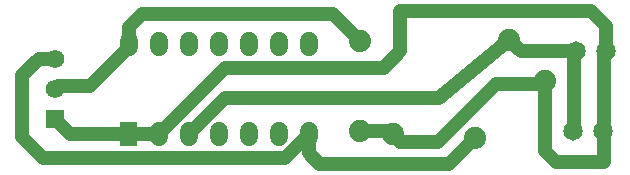
<source format=gbl>
G04 Layer: BottomLayer*
G04 EasyEDA v6.5.1, 2022-03-29 12:07:46*
G04 01ad9fd2e89e4baf9ce80d721134fb59,30f33cc809fd450ca7eb4ca7eccbfc45,10*
G04 Gerber Generator version 0.2*
G04 Scale: 100 percent, Rotated: No, Reflected: No *
G04 Dimensions in millimeters *
G04 leading zeros omitted , absolute positions ,4 integer and 5 decimal *
%FSLAX45Y45*%
%MOMM*%

%ADD11R,1.5748X1.5748*%
%ADD12C,1.5748*%
%ADD13C,1.6510*%
%ADD14C,1.8796*%
%ADD16C,1.5000*%
%ADD17C,1.2000*%

%LPD*%
D17*
X939800Y4559300D02*
G01*
X1066800Y4432300D01*
X1562100Y4432300D01*
X939800Y4813300D02*
G01*
X965200Y4838700D01*
X1231900Y4838700D01*
X1562100Y5168900D01*
X1562100Y5194300D01*
X1816100Y4432300D02*
G01*
X1562100Y4432300D01*
X3517900Y5219700D02*
G01*
X3289300Y5448300D01*
X1676400Y5448300D01*
X1562100Y5334000D01*
X1562100Y5194300D01*
X5600700Y5130800D02*
G01*
X5588000Y5118100D01*
X5588000Y4457700D01*
X939800Y5067300D02*
G01*
X800100Y5067300D01*
X660400Y4927600D01*
X660400Y4406900D01*
X838200Y4229100D01*
X2882900Y4229100D01*
X3086100Y4432300D01*
X3859535Y4361588D02*
G01*
X3763416Y4457700D01*
X3517900Y4457700D01*
X5600700Y5130800D02*
G01*
X5600700Y5346700D01*
X5473700Y5473700D01*
X3860800Y5473700D01*
X3860800Y5130800D01*
X3721100Y4991100D01*
X2374900Y4991100D01*
X1816100Y4432300D01*
X5346700Y5130800D02*
G01*
X5334000Y5118100D01*
X5334000Y4457700D01*
X4786088Y5225615D02*
G01*
X4885283Y5130800D01*
X5346700Y5130800D01*
X2070100Y4432300D02*
G01*
X2374900Y4737100D01*
X4191000Y4737100D01*
X4786088Y5225615D01*
X4491812Y4395723D02*
G01*
X4274388Y4178300D01*
X3175000Y4178300D01*
X3086100Y4267200D01*
X3086100Y4432300D01*
X3859535Y4361588D02*
G01*
X4183781Y4361588D01*
X4673600Y4851400D01*
X5060111Y4851400D01*
X5083987Y4875276D01*
X5083987Y4875276D02*
G01*
X5083987Y4288612D01*
X5181600Y4191000D01*
X5588000Y4191000D01*
X5588000Y4457700D01*
D11*
G01*
X939800Y4559300D03*
D12*
G01*
X939800Y4813300D03*
G01*
X939800Y5067300D03*
D13*
G01*
X5575300Y4457700D03*
G01*
X5321300Y4457700D03*
G01*
X5346700Y5130800D03*
G01*
X5600700Y5130800D03*
D14*
G01*
X3517900Y4457700D03*
G01*
X3517900Y5219700D03*
G01*
X5083987Y4875276D03*
G01*
X4491812Y4395723D03*
G01*
X3799103Y4426381D03*
G01*
X4786096Y5225618D03*
G36*
X1487098Y4532299D02*
G01*
X1637101Y4532299D01*
X1637101Y4332300D01*
X1487098Y4332300D01*
G37*
D16*
X1816100Y4457298D02*
G01*
X1816100Y4407298D01*
X2070100Y4457298D02*
G01*
X2070100Y4407298D01*
X2324100Y4457298D02*
G01*
X2324100Y4407298D01*
X2578100Y4457298D02*
G01*
X2578100Y4407298D01*
X2832100Y4457298D02*
G01*
X2832100Y4407298D01*
X3086100Y4457298D02*
G01*
X3086100Y4407298D01*
X1562100Y5219298D02*
G01*
X1562100Y5169298D01*
X1816100Y5219298D02*
G01*
X1816100Y5169298D01*
X2070100Y5219298D02*
G01*
X2070100Y5169298D01*
X2324100Y5219298D02*
G01*
X2324100Y5169298D01*
X2578100Y5219298D02*
G01*
X2578100Y5169298D01*
X2832100Y5219298D02*
G01*
X2832100Y5169298D01*
X3086100Y5219298D02*
G01*
X3086100Y5169298D01*
M02*

</source>
